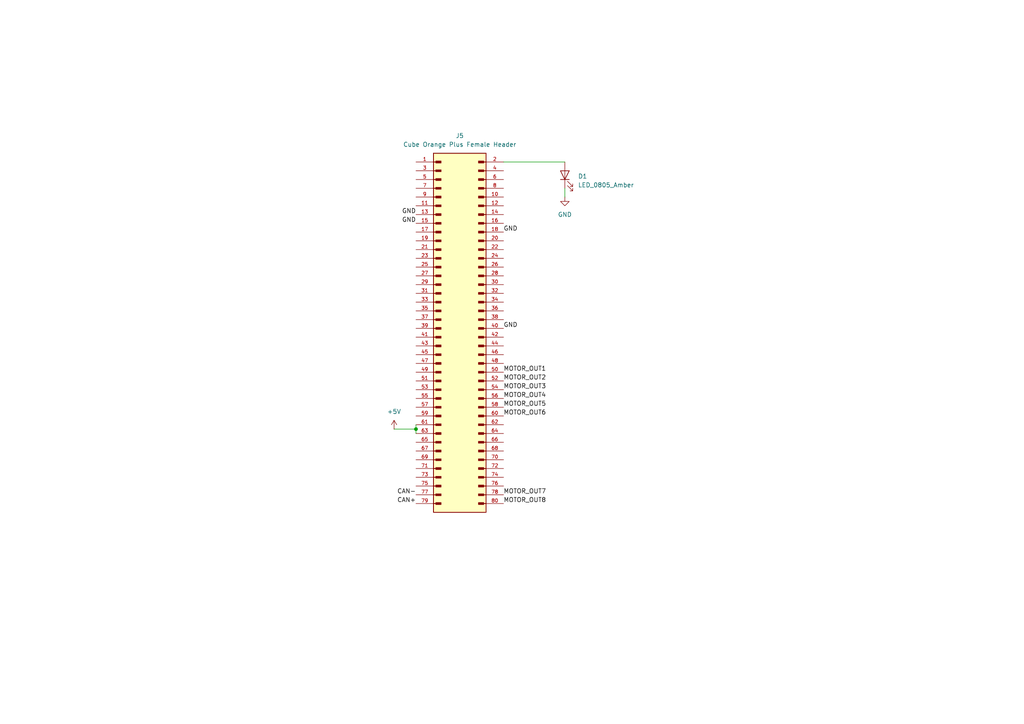
<source format=kicad_sch>
(kicad_sch (version 20250114) (generator "eeschema") (generator_version "9.0")
  (paper "A4")
  (lib_symbols
    (symbol "formula:DF17_4.0_-80DP-0.5V_57_" (pin_names (offset 0) (hide yes))
      (property "Reference" "J" (at -8.12 53.34 0))
      (property "Value" "Cube Orange Plus Female Header" (at -16.002 -53.848 0))
      (symbol "DF17_4.0_-80DP-0.5V_57__0_0"
        (polyline (pts (xy -7.62 50.8) (xy -5.715 50.8)) (stroke (width 0.254)))
        (polyline (pts (xy -7.62 48.26) (xy -5.715 48.26)) (stroke (width 0.254)))
        (polyline (pts (xy -7.62 45.72) (xy -5.715 45.72)) (stroke (width 0.254)))
        (polyline (pts (xy -7.62 43.18) (xy -5.715 43.18)) (stroke (width 0.254)))
        (polyline (pts (xy -7.62 40.64) (xy -5.715 40.64)) (stroke (width 0.254)))
        (polyline (pts (xy -7.62 38.1) (xy -5.715 38.1)) (stroke (width 0.254)))
        (polyline (pts (xy -7.62 35.56) (xy -5.715 35.56)) (stroke (width 0.254)))
        (polyline (pts (xy -7.62 33.02) (xy -5.715 33.02)) (stroke (width 0.254)))
        (polyline (pts (xy -7.62 30.48) (xy -5.715 30.48)) (stroke (width 0.254)))
        (polyline (pts (xy -7.62 27.94) (xy -5.715 27.94)) (stroke (width 0.254)))
        (polyline (pts (xy -7.62 25.4) (xy -5.715 25.4)) (stroke (width 0.254)))
        (polyline (pts (xy -7.62 22.86) (xy -5.715 22.86)) (stroke (width 0.254)))
        (polyline (pts (xy -7.62 20.32) (xy -5.715 20.32)) (stroke (width 0.254)))
        (polyline (pts (xy -7.62 17.78) (xy -5.715 17.78)) (stroke (width 0.254)))
        (polyline (pts (xy -7.62 15.24) (xy -5.715 15.24)) (stroke (width 0.254)))
        (polyline (pts (xy -7.62 12.7) (xy -5.715 12.7)) (stroke (width 0.254)))
        (polyline (pts (xy -7.62 10.16) (xy -5.715 10.16)) (stroke (width 0.254)))
        (polyline (pts (xy -7.62 7.62) (xy -5.715 7.62)) (stroke (width 0.254)))
        (polyline (pts (xy -7.62 5.08) (xy -5.715 5.08)) (stroke (width 0.254)))
        (polyline (pts (xy -7.62 2.54) (xy -5.715 2.54)) (stroke (width 0.254)))
        (polyline (pts (xy -7.62 0) (xy -5.715 0)) (stroke (width 0.254)))
        (polyline (pts (xy -7.62 -2.54) (xy -5.715 -2.54)) (stroke (width 0.254)))
        (polyline (pts (xy -7.62 -5.08) (xy -5.715 -5.08)) (stroke (width 0.254)))
        (polyline (pts (xy -7.62 -7.62) (xy -5.715 -7.62)) (stroke (width 0.254)))
        (polyline (pts (xy -7.62 -10.16) (xy -5.715 -10.16)) (stroke (width 0.254)))
        (polyline (pts (xy -7.62 -12.7) (xy -5.715 -12.7)) (stroke (width 0.254)))
        (polyline (pts (xy -7.62 -15.24) (xy -5.715 -15.24)) (stroke (width 0.254)))
        (polyline (pts (xy -7.62 -17.78) (xy -5.715 -17.78)) (stroke (width 0.254)))
        (polyline (pts (xy -7.62 -20.32) (xy -5.715 -20.32)) (stroke (width 0.254)))
        (polyline (pts (xy -7.62 -22.86) (xy -5.715 -22.86)) (stroke (width 0.254)))
        (polyline (pts (xy -7.62 -25.4) (xy -5.715 -25.4)) (stroke (width 0.254)))
        (polyline (pts (xy -7.62 -27.94) (xy -5.715 -27.94)) (stroke (width 0.254)))
        (polyline (pts (xy -7.62 -30.48) (xy -5.715 -30.48)) (stroke (width 0.254)))
        (polyline (pts (xy -7.62 -33.02) (xy -5.715 -33.02)) (stroke (width 0.254)))
        (polyline (pts (xy -7.62 -35.56) (xy -5.715 -35.56)) (stroke (width 0.254)))
        (polyline (pts (xy -7.62 -38.1) (xy -5.715 -38.1)) (stroke (width 0.254)))
        (polyline (pts (xy -7.62 -40.64) (xy -5.715 -40.64)) (stroke (width 0.254)))
        (polyline (pts (xy -7.62 -43.18) (xy -5.715 -43.18)) (stroke (width 0.254)))
        (polyline (pts (xy -7.62 -45.72) (xy -5.715 -45.72)) (stroke (width 0.254)))
        (polyline (pts (xy -7.62 -48.26) (xy -5.715 -48.26)) (stroke (width 0.254)))
        (rectangle (start -7.62 -50.8) (end 7.62 53.34) (stroke (width 0.254)) (fill (type background)))
        (rectangle (start -6.985 50.4825) (end -5.3975 51.1175) (stroke (width 0.1)) (fill (type outline)))
        (rectangle (start -6.985 47.9425) (end -5.3975 48.5775) (stroke (width 0.1)) (fill (type outline)))
        (rectangle (start -6.985 45.4025) (end -5.3975 46.0375) (stroke (width 0.1)) (fill (type outline)))
        (rectangle (start -6.985 42.8625) (end -5.3975 43.4975) (stroke (width 0.1)) (fill (type outline)))
        (rectangle (start -6.985 40.3225) (end -5.3975 40.9575) (stroke (width 0.1)) (fill (type outline)))
        (rectangle (start -6.985 37.7825) (end -5.3975 38.4175) (stroke (width 0.1)) (fill (type outline)))
        (rectangle (start -6.985 35.2425) (end -5.3975 35.8775) (stroke (width 0.1)) (fill (type outline)))
        (rectangle (start -6.985 32.7025) (end -5.3975 33.3375) (stroke (width 0.1)) (fill (type outline)))
        (rectangle (start -6.985 30.1625) (end -5.3975 30.7975) (stroke (width 0.1)) (fill (type outline)))
        (rectangle (start -6.985 27.6225) (end -5.3975 28.2575) (stroke (width 0.1)) (fill (type outline)))
        (rectangle (start -6.985 25.0825) (end -5.3975 25.7175) (stroke (width 0.1)) (fill (type outline)))
        (rectangle (start -6.985 22.5425) (end -5.3975 23.1775) (stroke (width 0.1)) (fill (type outline)))
        (rectangle (start -6.985 20.0025) (end -5.3975 20.6375) (stroke (width 0.1)) (fill (type outline)))
        (rectangle (start -6.985 17.4625) (end -5.3975 18.0975) (stroke (width 0.1)) (fill (type outline)))
        (rectangle (start -6.985 14.9225) (end -5.3975 15.5575) (stroke (width 0.1)) (fill (type outline)))
        (rectangle (start -6.985 12.3825) (end -5.3975 13.0175) (stroke (width 0.1)) (fill (type outline)))
        (rectangle (start -6.985 9.8425) (end -5.3975 10.4775) (stroke (width 0.1)) (fill (type outline)))
        (rectangle (start -6.985 7.3025) (end -5.3975 7.9375) (stroke (width 0.1)) (fill (type outline)))
        (rectangle (start -6.985 4.7625) (end -5.3975 5.3975) (stroke (width 0.1)) (fill (type outline)))
        (rectangle (start -6.985 2.2225) (end -5.3975 2.8575) (stroke (width 0.1)) (fill (type outline)))
        (rectangle (start -6.985 -0.3175) (end -5.3975 0.3175) (stroke (width 0.1)) (fill (type outline)))
        (rectangle (start -6.985 -2.8575) (end -5.3975 -2.2225) (stroke (width 0.1)) (fill (type outline)))
        (rectangle (start -6.985 -5.3975) (end -5.3975 -4.7625) (stroke (width 0.1)) (fill (type outline)))
        (rectangle (start -6.985 -7.9375) (end -5.3975 -7.3025) (stroke (width 0.1)) (fill (type outline)))
        (rectangle (start -6.985 -10.4775) (end -5.3975 -9.8425) (stroke (width 0.1)) (fill (type outline)))
        (rectangle (start -6.985 -13.0175) (end -5.3975 -12.3825) (stroke (width 0.1)) (fill (type outline)))
        (rectangle (start -6.985 -15.5575) (end -5.3975 -14.9225) (stroke (width 0.1)) (fill (type outline)))
        (rectangle (start -6.985 -18.0975) (end -5.3975 -17.4625) (stroke (width 0.1)) (fill (type outline)))
        (rectangle (start -6.985 -20.6375) (end -5.3975 -20.0025) (stroke (width 0.1)) (fill (type outline)))
        (rectangle (start -6.985 -23.1775) (end -5.3975 -22.5425) (stroke (width 0.1)) (fill (type outline)))
        (rectangle (start -6.985 -25.7175) (end -5.3975 -25.0825) (stroke (width 0.1)) (fill (type outline)))
        (rectangle (start -6.985 -28.2575) (end -5.3975 -27.6225) (stroke (width 0.1)) (fill (type outline)))
        (rectangle (start -6.985 -30.7975) (end -5.3975 -30.1625) (stroke (width 0.1)) (fill (type outline)))
        (rectangle (start -6.985 -33.3375) (end -5.3975 -32.7025) (stroke (width 0.1)) (fill (type outline)))
        (rectangle (start -6.985 -35.8775) (end -5.3975 -35.2425) (stroke (width 0.1)) (fill (type outline)))
        (rectangle (start -6.985 -38.4175) (end -5.3975 -37.7825) (stroke (width 0.1)) (fill (type outline)))
        (rectangle (start -6.985 -40.9575) (end -5.3975 -40.3225) (stroke (width 0.1)) (fill (type outline)))
        (rectangle (start -6.985 -43.4975) (end -5.3975 -42.8625) (stroke (width 0.1)) (fill (type outline)))
        (rectangle (start -6.985 -46.0375) (end -5.3975 -45.4025) (stroke (width 0.1)) (fill (type outline)))
        (rectangle (start -6.985 -48.5775) (end -5.3975 -47.9425) (stroke (width 0.1)) (fill (type outline)))
        (rectangle (start 6.985 50.4825) (end 5.3975 51.1175) (stroke (width 0.1)) (fill (type outline)))
        (rectangle (start 6.985 47.9425) (end 5.3975 48.5775) (stroke (width 0.1)) (fill (type outline)))
        (rectangle (start 6.985 45.4025) (end 5.3975 46.0375) (stroke (width 0.1)) (fill (type outline)))
        (rectangle (start 6.985 42.8625) (end 5.3975 43.4975) (stroke (width 0.1)) (fill (type outline)))
        (rectangle (start 6.985 40.3225) (end 5.3975 40.9575) (stroke (width 0.1)) (fill (type outline)))
        (rectangle (start 6.985 37.7825) (end 5.3975 38.4175) (stroke (width 0.1)) (fill (type outline)))
        (rectangle (start 6.985 35.2425) (end 5.3975 35.8775) (stroke (width 0.1)) (fill (type outline)))
        (rectangle (start 6.985 32.7025) (end 5.3975 33.3375) (stroke (width 0.1)) (fill (type outline)))
        (rectangle (start 6.985 30.1625) (end 5.3975 30.7975) (stroke (width 0.1)) (fill (type outline)))
        (rectangle (start 6.985 27.6225) (end 5.3975 28.2575) (stroke (width 0.1)) (fill (type outline)))
        (rectangle (start 6.985 25.0825) (end 5.3975 25.7175) (stroke (width 0.1)) (fill (type outline)))
        (rectangle (start 6.985 22.5425) (end 5.3975 23.1775) (stroke (width 0.1)) (fill (type outline)))
        (rectangle (start 6.985 20.0025) (end 5.3975 20.6375) (stroke (width 0.1)) (fill (type outline)))
        (rectangle (start 6.985 17.4625) (end 5.3975 18.0975) (stroke (width 0.1)) (fill (type outline)))
        (rectangle (start 6.985 14.9225) (end 5.3975 15.5575) (stroke (width 0.1)) (fill (type outline)))
        (rectangle (start 6.985 12.3825) (end 5.3975 13.0175) (stroke (width 0.1)) (fill (type outline)))
        (rectangle (start 6.985 9.8425) (end 5.3975 10.4775) (stroke (width 0.1)) (fill (type outline)))
        (rectangle (start 6.985 7.3025) (end 5.3975 7.9375) (stroke (width 0.1)) (fill (type outline)))
        (rectangle (start 6.985 4.7625) (end 5.3975 5.3975) (stroke (width 0.1)) (fill (type outline)))
        (rectangle (start 6.985 2.2225) (end 5.3975 2.8575) (stroke (width 0.1)) (fill (type outline)))
        (rectangle (start 6.985 -0.3175) (end 5.3975 0.3175) (stroke (width 0.1)) (fill (type outline)))
        (rectangle (start 6.985 -2.8575) (end 5.3975 -2.2225) (stroke (width 0.1)) (fill (type outline)))
        (rectangle (start 6.985 -5.3975) (end 5.3975 -4.7625) (stroke (width 0.1)) (fill (type outline)))
        (rectangle (start 6.985 -7.9375) (end 5.3975 -7.3025) (stroke (width 0.1)) (fill (type outline)))
        (rectangle (start 6.985 -10.4775) (end 5.3975 -9.8425) (stroke (width 0.1)) (fill (type outline)))
        (rectangle (start 6.985 -13.0175) (end 5.3975 -12.3825) (stroke (width 0.1)) (fill (type outline)))
        (rectangle (start 6.985 -15.5575) (end 5.3975 -14.9225) (stroke (width 0.1)) (fill (type outline)))
        (rectangle (start 6.985 -18.0975) (end 5.3975 -17.4625) (stroke (width 0.1)) (fill (type outline)))
        (rectangle (start 6.985 -20.6375) (end 5.3975 -20.0025) (stroke (width 0.1)) (fill (type outline)))
        (rectangle (start 6.985 -23.1775) (end 5.3975 -22.5425) (stroke (width 0.1)) (fill (type outline)))
        (rectangle (start 6.985 -25.7175) (end 5.3975 -25.0825) (stroke (width 0.1)) (fill (type outline)))
        (rectangle (start 6.985 -28.2575) (end 5.3975 -27.6225) (stroke (width 0.1)) (fill (type outline)))
        (rectangle (start 6.985 -30.7975) (end 5.3975 -30.1625) (stroke (width 0.1)) (fill (type outline)))
        (rectangle (start 6.985 -33.3375) (end 5.3975 -32.7025) (stroke (width 0.1)) (fill (type outline)))
        (rectangle (start 6.985 -35.8775) (end 5.3975 -35.2425) (stroke (width 0.1)) (fill (type outline)))
        (rectangle (start 6.985 -38.4175) (end 5.3975 -37.7825) (stroke (width 0.1)) (fill (type outline)))
        (rectangle (start 6.985 -40.9575) (end 5.3975 -40.3225) (stroke (width 0.1)) (fill (type outline)))
        (rectangle (start 6.985 -43.4975) (end 5.3975 -42.8625) (stroke (width 0.1)) (fill (type outline)))
        (rectangle (start 6.985 -46.0375) (end 5.3975 -45.4025) (stroke (width 0.1)) (fill (type outline)))
        (rectangle (start 6.985 -48.5775) (end 5.3975 -47.9425) (stroke (width 0.1)) (fill (type outline)))
        (polyline (pts (xy 7.62 50.8) (xy 5.715 50.8)) (stroke (width 0.254)))
        (polyline (pts (xy 7.62 48.26) (xy 5.715 48.26)) (stroke (width 0.254)))
        (polyline (pts (xy 7.62 45.72) (xy 5.715 45.72)) (stroke (width 0.254)))
        (polyline (pts (xy 7.62 43.18) (xy 5.715 43.18)) (stroke (width 0.254)))
        (polyline (pts (xy 7.62 40.64) (xy 5.715 40.64)) (stroke (width 0.254)))
        (polyline (pts (xy 7.62 38.1) (xy 5.715 38.1)) (stroke (width 0.254)))
        (polyline (pts (xy 7.62 35.56) (xy 5.715 35.56)) (stroke (width 0.254)))
        (polyline (pts (xy 7.62 33.02) (xy 5.715 33.02)) (stroke (width 0.254)))
        (polyline (pts (xy 7.62 30.48) (xy 5.715 30.48)) (stroke (width 0.254)))
        (polyline (pts (xy 7.62 27.94) (xy 5.715 27.94)) (stroke (width 0.254)))
        (polyline (pts (xy 7.62 25.4) (xy 5.715 25.4)) (stroke (width 0.254)))
        (polyline (pts (xy 7.62 22.86) (xy 5.715 22.86)) (stroke (width 0.254)))
        (polyline (pts (xy 7.62 20.32) (xy 5.715 20.32)) (stroke (width 0.254)))
        (polyline (pts (xy 7.62 17.78) (xy 5.715 17.78)) (stroke (width 0.254)))
        (polyline (pts (xy 7.62 15.24) (xy 5.715 15.24)) (stroke (width 0.254)))
        (polyline (pts (xy 7.62 12.7) (xy 5.715 12.7)) (stroke (width 0.254)))
        (polyline (pts (xy 7.62 10.16) (xy 5.715 10.16)) (stroke (width 0.254)))
        (polyline (pts (xy 7.62 7.62) (xy 5.715 7.62)) (stroke (width 0.254)))
        (polyline (pts (xy 7.62 5.08) (xy 5.715 5.08)) (stroke (width 0.254)))
        (polyline (pts (xy 7.62 2.54) (xy 5.715 2.54)) (stroke (width 0.254)))
        (polyline (pts (xy 7.62 0) (xy 5.715 0)) (stroke (width 0.254)))
        (polyline (pts (xy 7.62 -2.54) (xy 5.715 -2.54)) (stroke (width 0.254)))
        (polyline (pts (xy 7.62 -5.08) (xy 5.715 -5.08)) (stroke (width 0.254)))
        (polyline (pts (xy 7.62 -7.62) (xy 5.715 -7.62)) (stroke (width 0.254)))
        (polyline (pts (xy 7.62 -10.16) (xy 5.715 -10.16)) (stroke (width 0.254)))
        (polyline (pts (xy 7.62 -12.7) (xy 5.715 -12.7)) (stroke (width 0.254)))
        (polyline (pts (xy 7.62 -15.24) (xy 5.715 -15.24)) (stroke (width 0.254)))
        (polyline (pts (xy 7.62 -17.78) (xy 5.715 -17.78)) (stroke (width 0.254)))
        (polyline (pts (xy 7.62 -20.32) (xy 5.715 -20.32)) (stroke (width 0.254)))
        (polyline (pts (xy 7.62 -22.86) (xy 5.715 -22.86)) (stroke (width 0.254)))
        (polyline (pts (xy 7.62 -25.4) (xy 5.715 -25.4)) (stroke (width 0.254)))
        (polyline (pts (xy 7.62 -27.94) (xy 5.715 -27.94)) (stroke (width 0.254)))
        (polyline (pts (xy 7.62 -30.48) (xy 5.715 -30.48)) (stroke (width 0.254)))
        (polyline (pts (xy 7.62 -33.02) (xy 5.715 -33.02)) (stroke (width 0.254)))
        (polyline (pts (xy 7.62 -35.56) (xy 5.715 -35.56)) (stroke (width 0.254)))
        (polyline (pts (xy 7.62 -38.1) (xy 5.715 -38.1)) (stroke (width 0.254)))
        (polyline (pts (xy 7.62 -40.64) (xy 5.715 -40.64)) (stroke (width 0.254)))
        (polyline (pts (xy 7.62 -43.18) (xy 5.715 -43.18)) (stroke (width 0.254)))
        (polyline (pts (xy 7.62 -45.72) (xy 5.715 -45.72)) (stroke (width 0.254)))
        (polyline (pts (xy 7.62 -48.26) (xy 5.715 -48.26)) (stroke (width 0.254)))
        (pin passive line (at -12.7 50.8 0) (length 5.08) (name "1") (number "1"))
        (pin passive line (at -12.7 48.26 0) (length 5.08) (name "3") (number "3"))
        (pin passive line (at -12.7 45.72 0) (length 5.08) (name "5") (number "5"))
        (pin passive line (at -12.7 43.18 0) (length 5.08) (name "7") (number "7"))
        (pin passive line (at -12.7 40.64 0) (length 5.08) (name "9") (number "9"))
        (pin passive line (at -12.7 38.1 0) (length 5.08) (name "11") (number "11"))
        (pin passive line (at -12.7 35.56 0) (length 5.08) (name "13") (number "13"))
        (pin passive line (at -12.7 33.02 0) (length 5.08) (name "15") (number "15"))
        (pin passive line (at -12.7 30.48 0) (length 5.08) (name "17") (number "17"))
        (pin passive line (at -12.7 27.94 0) (length 5.08) (name "19") (number "19"))
        (pin passive line (at -12.7 25.4 0) (length 5.08) (name "21") (number "21"))
        (pin passive line (at -12.7 22.86 0) (length 5.08) (name "23") (number "23"))
        (pin passive line (at -12.7 20.32 0) (length 5.08) (name "25") (number "25"))
        (pin passive line (at -12.7 17.78 0) (length 5.08) (name "27") (number "27"))
        (pin passive line (at -12.7 15.24 0) (length 5.08) (name "29") (number "29"))
        (pin passive line (at -12.7 12.7 0) (length 5.08) (name "31") (number "31"))
        (pin passive line (at -12.7 10.16 0) (length 5.08) (name "33") (number "33"))
        (pin passive line (at -12.7 7.62 0) (length 5.08) (name "35") (number "35"))
        (pin passive line (at -12.7 5.08 0) (length 5.08) (name "37") (number "37"))
        (pin passive line (at -12.7 2.54 0) (length 5.08) (name "39") (number "39"))
        (pin passive line (at -12.7 0 0) (length 5.08) (name "41") (number "41"))
        (pin passive line (at -12.7 -2.54 0) (length 5.08) (name "43") (number "43"))
        (pin passive line (at -12.7 -5.08 0) (length 5.08) (name "45") (number "45"))
        (pin passive line (at -12.7 -7.62 0) (length 5.08) (name "47") (number "47"))
        (pin passive line (at -12.7 -10.16 0) (length 5.08) (name "49") (number "49"))
        (pin passive line (at -12.7 -12.7 0) (length 5.08) (name "51") (number "51"))
        (pin passive line (at -12.7 -15.24 0) (length 5.08) (name "53") (number "53"))
        (pin passive line (at -12.7 -17.78 0) (length 5.08) (name "55") (number "55"))
        (pin passive line (at -12.7 -20.32 0) (length 5.08) (name "57") (number "57"))
        (pin passive line (at -12.7 -22.86 0) (length 5.08) (name "59") (number "59"))
        (pin passive line (at -12.7 -25.4 0) (length 5.08) (name "61") (number "61"))
        (pin passive line (at -12.7 -27.94 0) (length 5.08) (name "63") (number "63"))
        (pin passive line (at -12.7 -30.48 0) (length 5.08) (name "65") (number "65"))
        (pin passive line (at -12.7 -33.02 0) (length 5.08) (name "67") (number "67"))
        (pin passive line (at -12.7 -35.56 0) (length 5.08) (name "69") (number "69"))
        (pin passive line (at -12.7 -38.1 0) (length 5.08) (name "71") (number "71"))
        (pin passive line (at -12.7 -40.64 0) (length 5.08) (name "73") (number "73"))
        (pin passive line (at -12.7 -43.18 0) (length 5.08) (name "75") (number "75"))
        (pin passive line (at -12.7 -45.72 0) (length 5.08) (name "77") (number "77"))
        (pin passive line (at -12.7 -48.26 0) (length 5.08) (name "79") (number "79"))
        (pin passive line (at 12.7 50.8 180) (length 5.08) (name "2") (number "2"))
        (pin passive line (at 12.7 48.26 180) (length 5.08) (name "4") (number "4"))
        (pin passive line (at 12.7 45.72 180) (length 5.08) (name "6") (number "6"))
        (pin passive line (at 12.7 43.18 180) (length 5.08) (name "8") (number "8"))
        (pin passive line (at 12.7 40.64 180) (length 5.08) (name "10") (number "10"))
        (pin passive line (at 12.7 38.1 180) (length 5.08) (name "12") (number "12"))
        (pin passive line (at 12.7 35.56 180) (length 5.08) (name "14") (number "14"))
        (pin passive line (at 12.7 33.02 180) (length 5.08) (name "16") (number "16"))
        (pin passive line (at 12.7 30.48 180) (length 5.08) (name "18") (number "18"))
        (pin passive line (at 12.7 27.94 180) (length 5.08) (name "20") (number "20"))
        (pin passive line (at 12.7 25.4 180) (length 5.08) (name "22") (number "22"))
        (pin passive line (at 12.7 22.86 180) (length 5.08) (name "24") (number "24"))
        (pin passive line (at 12.7 20.32 180) (length 5.08) (name "26") (number "26"))
        (pin passive line (at 12.7 17.78 180) (length 5.08) (name "28") (number "28"))
        (pin passive line (at 12.7 15.24 180) (length 5.08) (name "30") (number "30"))
        (pin passive line (at 12.7 12.7 180) (length 5.08) (name "32") (number "32"))
        (pin passive line (at 12.7 10.16 180) (length 5.08) (name "34") (number "34"))
        (pin passive line (at 12.7 7.62 180) (length 5.08) (name "36") (number "36"))
        (pin passive line (at 12.7 5.08 180) (length 5.08) (name "38") (number "38"))
        (pin passive line (at 12.7 2.54 180) (length 5.08) (name "40") (number "40"))
        (pin passive line (at 12.7 0 180) (length 5.08) (name "42") (number "42"))
        (pin passive line (at 12.7 -2.54 180) (length 5.08) (name "44") (number "44"))
        (pin passive line (at 12.7 -5.08 180) (length 5.08) (name "46") (number "46"))
        (pin passive line (at 12.7 -7.62 180) (length 5.08) (name "48") (number "48"))
        (pin passive line (at 12.7 -10.16 180) (length 5.08) (name "50") (number "50"))
        (pin passive line (at 12.7 -12.7 180) (length 5.08) (name "52") (number "52"))
        (pin passive line (at 12.7 -15.24 180) (length 5.08) (name "54") (number "54"))
        (pin passive line (at 12.7 -17.78 180) (length 5.08) (name "56") (number "56"))
        (pin passive line (at 12.7 -20.32 180) (length 5.08) (name "58") (number "58"))
        (pin passive line (at 12.7 -22.86 180) (length 5.08) (name "60") (number "60"))
        (pin passive line (at 12.7 -25.4 180) (length 5.08) (name "62") (number "62"))
        (pin passive line (at 12.7 -27.94 180) (length 5.08) (name "64") (number "64"))
        (pin passive line (at 12.7 -30.48 180) (length 5.08) (name "66") (number "66"))
        (pin passive line (at 12.7 -33.02 180) (length 5.08) (name "68") (number "68"))
        (pin passive line (at 12.7 -35.56 180) (length 5.08) (name "70") (number "70"))
        (pin passive line (at 12.7 -38.1 180) (length 5.08) (name "72") (number "72"))
        (pin passive line (at 12.7 -40.64 180) (length 5.08) (name "74") (number "74"))
        (pin passive line (at 12.7 -43.18 180) (length 5.08) (name "76") (number "76"))
        (pin passive line (at 12.7 -45.72 180) (length 5.08) (name "78") (number "78"))
        (pin passive line (at 12.7 -48.26 180) (length 5.08) (name "80") (number "80"))
      )
    )
    (symbol "formula:LED_0805_Amber" (pin_numbers (hide yes)) (pin_names (offset 1.016) (hide yes))
      (property "Reference" "D" (at 0 -2.54 0))
      (property "Value" "LED_0805_Amber" (at 0 2.54 0))
      (symbol "LED_0805_Amber_0_1"
        (polyline (pts (xy -3.048 -0.762) (xy -4.572 -2.286) (xy -3.81 -2.286) (xy -4.572 -2.286) (xy -4.572 -1.524)))
        (polyline (pts (xy -1.778 -0.762) (xy -3.302 -2.286) (xy -2.54 -2.286) (xy -3.302 -2.286) (xy -3.302 -1.524)))
        (polyline (pts (xy -1.27 0) (xy 1.27 0)))
        (polyline (pts (xy -1.27 -1.27) (xy -1.27 1.27)) (stroke (width 0.2032)))
        (polyline (pts (xy 1.27 -1.27) (xy 1.27 1.27) (xy -1.27 0) (xy 1.27 -1.27)) (stroke (width 0.2032)))
      )
      (symbol "LED_0805_Amber_1_1"
        (pin passive line (at -3.81 0 0) (length 2.54) (name "K") (number "1"))
        (pin passive line (at 3.81 0 180) (length 2.54) (name "A") (number "2"))
      )
    )
    (symbol "power:+5V" (power) (pin_numbers (hide yes)) (pin_names (offset 0) (hide yes))
      (property "Value" "+5V" (at 0 3.556 0))
      (symbol "+5V_0_1"
        (polyline (pts (xy -0.762 1.27) (xy 0 2.54)))
        (polyline (pts (xy 0 2.54) (xy 0.762 1.27)))
        (polyline (pts (xy 0 0) (xy 0 2.54)))
      )
      (symbol "+5V_1_1"
        (pin power_in line (at 0 0 90) (length 0) (name "~") (number "1"))
      )
    )
    (symbol "power:GND" (power) (pin_numbers (hide yes)) (pin_names (offset 0) (hide yes))
      (property "Value" "GND" (at 0 -3.81 0))
      (symbol "GND_0_1"
        (polyline (pts (xy 0 0) (xy 0 -1.27) (xy 1.27 -1.27) (xy 0 -2.54) (xy -1.27 -1.27) (xy 0 -1.27)))
      )
      (symbol "GND_1_1"
        (pin power_in line (at 0 0 270) (length 0) (name "~") (number "1"))
      )
    )
  )
  (junction (at 120.65 124.46))
  (wire (pts (xy 120.65 123.19) (xy 120.65 124.46)))
  (wire (pts (xy 163.83 54.61) (xy 163.83 57.15)))
  (wire (pts (xy 146.05 46.99) (xy 163.83 46.99)))
  (wire (pts (xy 114.3 124.46) (xy 120.65 124.46)))
  (wire (pts (xy 120.65 124.46) (xy 120.65 125.73)))
  (label "CAN-" (at 120.65 143.51 180))
  (label "MOTOR_OUT7" (at 146.05 143.51 0))
  (label "MOTOR_OUT6" (at 146.05 120.65 0))
  (label "MOTOR_OUT1" (at 146.05 107.95 0))
  (label "CAN+" (at 120.65 146.05 180))
  (label "MOTOR_OUT8" (at 146.05 146.05 0))
  (label "MOTOR_OUT3" (at 146.05 113.03 0))
  (label "MOTOR_OUT4" (at 146.05 115.57 0))
  (label "MOTOR_OUT2" (at 146.05 110.49 0))
  (label "GND" (at 120.65 64.77 180))
  (label "GND" (at 120.65 62.23 180))
  (label "GND" (at 146.05 95.25 0))
  (label "GND" (at 146.05 67.31 0))
  (label "MOTOR_OUT5" (at 146.05 118.11 0))
  (symbol (lib_id "formula:DF17_4.0_-80DP-0.5V_57_") (at 133.35 97.79 0) (unit 1)
    (property "Reference" "J5" (at 133.35 39.37 0))
    (property "Value" "Cube Orange Plus Female Header" (at 133.35 41.91 0))
    (property "Footprint" "DF17_4.0_-80DP-0.5V_57_:HRS_DF17_4.0_-80DP-0.5V_57_" (effects (hide yes)))
    (property "Description" "DF17_4.0_-80DP-0.5V_57_" (effects (hide yes)))
    (property "MANUFACTURER" "HRS" (effects (hide yes)))
  )
  (symbol (lib_id "power:+5V") (at 114.3 124.46 0) (unit 1)
    (property "Reference" "#PWR026" (effects (hide yes)))
    (property "Value" "+5V" (at 114.3 119.38 0))
    (property "Description" "Power symbol creates a global label with name \"+5V\"" (effects (hide yes)))
  )
  (symbol (lib_id "power:GND") (at 163.83 57.15 0) (unit 1)
    (property "Reference" "#PWR024" (effects (hide yes)))
    (property "Value" "GND" (at 163.83 62.23 0))
    (property "Description" "Power symbol creates a global label with name \"GND\" , ground" (effects (hide yes)))
  )
  (symbol (lib_id "formula:LED_0805_Amber") (at 163.83 50.8 90) (unit 1)
    (property "Reference" "D1" (at 167.64 51.1301 90) (effects (justify right)))
    (property "Value" "LED_0805_Amber" (at 167.64 53.6701 90) (effects (justify right)))
    (property "Footprint" "footprints:LED_0805_OEM" (effects (hide yes)))
    (property "Datasheet" "https://media.digikey.com/pdf/Data%20Sheets/Chicago%20Miniature%20Lamps%20PDFs/CMDA5_Series_Rev_Aug_2014.pdf" (effects (hide yes)))
    (property "Description" "LED, Amber, 1.9V, 20mA, 0805" (effects (hide yes)))
    (property "MFN" "DK" (effects (hide yes)))
    (property "MPN" "L71517CT-ND" (effects (hide yes)))
    (property "PurchasingLink" "https://www.digikey.com/product-detail/en/visual-communications-company-vcc/CMDA5DY7D1S/L71517CT-ND/614867" (effects (hide yes)))
  )
)
</source>
